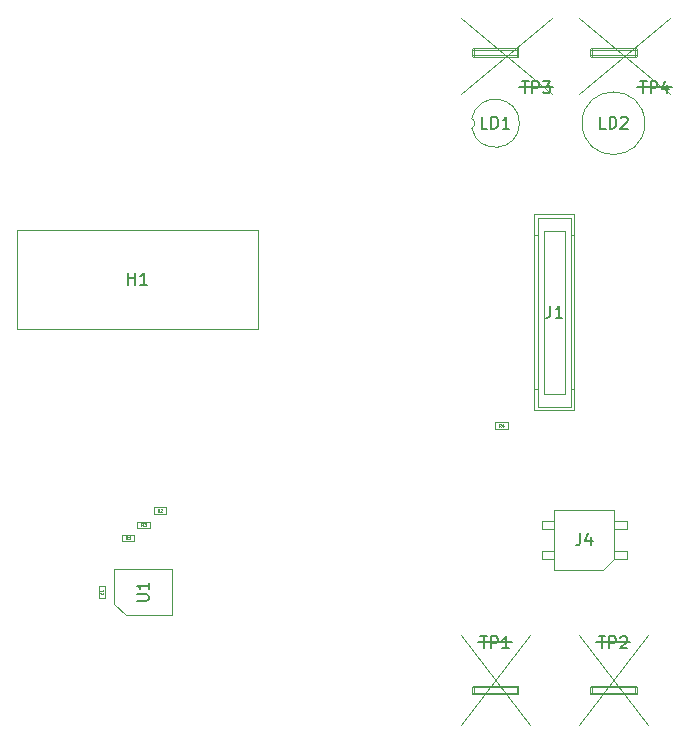
<source format=gbr>
%TF.GenerationSoftware,KiCad,Pcbnew,9.0.0*%
%TF.CreationDate,2025-03-21T15:44:20-04:00*%
%TF.ProjectId,ephys-test-module-64,65706879-732d-4746-9573-742d6d6f6475,B*%
%TF.SameCoordinates,Original*%
%TF.FileFunction,AssemblyDrawing,Top*%
%FSLAX46Y46*%
G04 Gerber Fmt 4.6, Leading zero omitted, Abs format (unit mm)*
G04 Created by KiCad (PCBNEW 9.0.0) date 2025-03-21 15:44:20*
%MOMM*%
%LPD*%
G01*
G04 APERTURE LIST*
%ADD10C,0.150000*%
%ADD11C,0.040000*%
%ADD12C,0.100000*%
G04 APERTURE END LIST*
D10*
X151738095Y-129454819D02*
X152309523Y-129454819D01*
X152023809Y-130454819D02*
X152023809Y-129454819D01*
X152642857Y-130454819D02*
X152642857Y-129454819D01*
X152642857Y-129454819D02*
X153023809Y-129454819D01*
X153023809Y-129454819D02*
X153119047Y-129502438D01*
X153119047Y-129502438D02*
X153166666Y-129550057D01*
X153166666Y-129550057D02*
X153214285Y-129645295D01*
X153214285Y-129645295D02*
X153214285Y-129788152D01*
X153214285Y-129788152D02*
X153166666Y-129883390D01*
X153166666Y-129883390D02*
X153119047Y-129931009D01*
X153119047Y-129931009D02*
X153023809Y-129978628D01*
X153023809Y-129978628D02*
X152642857Y-129978628D01*
X154166666Y-130454819D02*
X153595238Y-130454819D01*
X153880952Y-130454819D02*
X153880952Y-129454819D01*
X153880952Y-129454819D02*
X153785714Y-129597676D01*
X153785714Y-129597676D02*
X153690476Y-129692914D01*
X153690476Y-129692914D02*
X153595238Y-129740533D01*
X151518804Y-129954819D02*
X154385957Y-129954819D01*
X161738095Y-129454819D02*
X162309523Y-129454819D01*
X162023809Y-130454819D02*
X162023809Y-129454819D01*
X162642857Y-130454819D02*
X162642857Y-129454819D01*
X162642857Y-129454819D02*
X163023809Y-129454819D01*
X163023809Y-129454819D02*
X163119047Y-129502438D01*
X163119047Y-129502438D02*
X163166666Y-129550057D01*
X163166666Y-129550057D02*
X163214285Y-129645295D01*
X163214285Y-129645295D02*
X163214285Y-129788152D01*
X163214285Y-129788152D02*
X163166666Y-129883390D01*
X163166666Y-129883390D02*
X163119047Y-129931009D01*
X163119047Y-129931009D02*
X163023809Y-129978628D01*
X163023809Y-129978628D02*
X162642857Y-129978628D01*
X163595238Y-129550057D02*
X163642857Y-129502438D01*
X163642857Y-129502438D02*
X163738095Y-129454819D01*
X163738095Y-129454819D02*
X163976190Y-129454819D01*
X163976190Y-129454819D02*
X164071428Y-129502438D01*
X164071428Y-129502438D02*
X164119047Y-129550057D01*
X164119047Y-129550057D02*
X164166666Y-129645295D01*
X164166666Y-129645295D02*
X164166666Y-129740533D01*
X164166666Y-129740533D02*
X164119047Y-129883390D01*
X164119047Y-129883390D02*
X163547619Y-130454819D01*
X163547619Y-130454819D02*
X164166666Y-130454819D01*
X161518804Y-129954819D02*
X164391666Y-129954819D01*
X160191666Y-120724819D02*
X160191666Y-121439104D01*
X160191666Y-121439104D02*
X160144047Y-121581961D01*
X160144047Y-121581961D02*
X160048809Y-121677200D01*
X160048809Y-121677200D02*
X159905952Y-121724819D01*
X159905952Y-121724819D02*
X159810714Y-121724819D01*
X161096428Y-121058152D02*
X161096428Y-121724819D01*
X160858333Y-120677200D02*
X160620238Y-121391485D01*
X160620238Y-121391485D02*
X161239285Y-121391485D01*
D11*
X123156667Y-120118200D02*
X123070000Y-119994391D01*
X123008095Y-120118200D02*
X123008095Y-119858200D01*
X123008095Y-119858200D02*
X123107143Y-119858200D01*
X123107143Y-119858200D02*
X123131905Y-119870581D01*
X123131905Y-119870581D02*
X123144286Y-119882962D01*
X123144286Y-119882962D02*
X123156667Y-119907724D01*
X123156667Y-119907724D02*
X123156667Y-119944867D01*
X123156667Y-119944867D02*
X123144286Y-119969629D01*
X123144286Y-119969629D02*
X123131905Y-119982010D01*
X123131905Y-119982010D02*
X123107143Y-119994391D01*
X123107143Y-119994391D02*
X123008095Y-119994391D01*
X123243333Y-119858200D02*
X123404286Y-119858200D01*
X123404286Y-119858200D02*
X123317619Y-119957248D01*
X123317619Y-119957248D02*
X123354762Y-119957248D01*
X123354762Y-119957248D02*
X123379524Y-119969629D01*
X123379524Y-119969629D02*
X123391905Y-119982010D01*
X123391905Y-119982010D02*
X123404286Y-120006772D01*
X123404286Y-120006772D02*
X123404286Y-120068677D01*
X123404286Y-120068677D02*
X123391905Y-120093439D01*
X123391905Y-120093439D02*
X123379524Y-120105820D01*
X123379524Y-120105820D02*
X123354762Y-120118200D01*
X123354762Y-120118200D02*
X123280476Y-120118200D01*
X123280476Y-120118200D02*
X123255714Y-120105820D01*
X123255714Y-120105820D02*
X123243333Y-120093439D01*
D10*
X165238095Y-82454819D02*
X165809523Y-82454819D01*
X165523809Y-83454819D02*
X165523809Y-82454819D01*
X166142857Y-83454819D02*
X166142857Y-82454819D01*
X166142857Y-82454819D02*
X166523809Y-82454819D01*
X166523809Y-82454819D02*
X166619047Y-82502438D01*
X166619047Y-82502438D02*
X166666666Y-82550057D01*
X166666666Y-82550057D02*
X166714285Y-82645295D01*
X166714285Y-82645295D02*
X166714285Y-82788152D01*
X166714285Y-82788152D02*
X166666666Y-82883390D01*
X166666666Y-82883390D02*
X166619047Y-82931009D01*
X166619047Y-82931009D02*
X166523809Y-82978628D01*
X166523809Y-82978628D02*
X166142857Y-82978628D01*
X167571428Y-82788152D02*
X167571428Y-83454819D01*
X167333333Y-82407200D02*
X167095238Y-83121485D01*
X167095238Y-83121485D02*
X167714285Y-83121485D01*
X165018804Y-82928249D02*
X167933576Y-82928249D01*
D11*
X153466667Y-111718200D02*
X153380000Y-111594391D01*
X153318095Y-111718200D02*
X153318095Y-111458200D01*
X153318095Y-111458200D02*
X153417143Y-111458200D01*
X153417143Y-111458200D02*
X153441905Y-111470581D01*
X153441905Y-111470581D02*
X153454286Y-111482962D01*
X153454286Y-111482962D02*
X153466667Y-111507724D01*
X153466667Y-111507724D02*
X153466667Y-111544867D01*
X153466667Y-111544867D02*
X153454286Y-111569629D01*
X153454286Y-111569629D02*
X153441905Y-111582010D01*
X153441905Y-111582010D02*
X153417143Y-111594391D01*
X153417143Y-111594391D02*
X153318095Y-111594391D01*
X153689524Y-111544867D02*
X153689524Y-111718200D01*
X153627619Y-111445820D02*
X153565714Y-111631534D01*
X153565714Y-111631534D02*
X153726667Y-111631534D01*
D10*
X152333333Y-86454819D02*
X151857143Y-86454819D01*
X151857143Y-86454819D02*
X151857143Y-85454819D01*
X152666667Y-86454819D02*
X152666667Y-85454819D01*
X152666667Y-85454819D02*
X152904762Y-85454819D01*
X152904762Y-85454819D02*
X153047619Y-85502438D01*
X153047619Y-85502438D02*
X153142857Y-85597676D01*
X153142857Y-85597676D02*
X153190476Y-85692914D01*
X153190476Y-85692914D02*
X153238095Y-85883390D01*
X153238095Y-85883390D02*
X153238095Y-86026247D01*
X153238095Y-86026247D02*
X153190476Y-86216723D01*
X153190476Y-86216723D02*
X153142857Y-86311961D01*
X153142857Y-86311961D02*
X153047619Y-86407200D01*
X153047619Y-86407200D02*
X152904762Y-86454819D01*
X152904762Y-86454819D02*
X152666667Y-86454819D01*
X154190476Y-86454819D02*
X153619048Y-86454819D01*
X153904762Y-86454819D02*
X153904762Y-85454819D01*
X153904762Y-85454819D02*
X153809524Y-85597676D01*
X153809524Y-85597676D02*
X153714286Y-85692914D01*
X153714286Y-85692914D02*
X153619048Y-85740533D01*
X157666666Y-101454819D02*
X157666666Y-102169104D01*
X157666666Y-102169104D02*
X157619047Y-102311961D01*
X157619047Y-102311961D02*
X157523809Y-102407200D01*
X157523809Y-102407200D02*
X157380952Y-102454819D01*
X157380952Y-102454819D02*
X157285714Y-102454819D01*
X158666666Y-102454819D02*
X158095238Y-102454819D01*
X158380952Y-102454819D02*
X158380952Y-101454819D01*
X158380952Y-101454819D02*
X158285714Y-101597676D01*
X158285714Y-101597676D02*
X158190476Y-101692914D01*
X158190476Y-101692914D02*
X158095238Y-101740533D01*
D11*
X121856667Y-121218200D02*
X121770000Y-121094391D01*
X121708095Y-121218200D02*
X121708095Y-120958200D01*
X121708095Y-120958200D02*
X121807143Y-120958200D01*
X121807143Y-120958200D02*
X121831905Y-120970581D01*
X121831905Y-120970581D02*
X121844286Y-120982962D01*
X121844286Y-120982962D02*
X121856667Y-121007724D01*
X121856667Y-121007724D02*
X121856667Y-121044867D01*
X121856667Y-121044867D02*
X121844286Y-121069629D01*
X121844286Y-121069629D02*
X121831905Y-121082010D01*
X121831905Y-121082010D02*
X121807143Y-121094391D01*
X121807143Y-121094391D02*
X121708095Y-121094391D01*
X122104286Y-121218200D02*
X121955714Y-121218200D01*
X122030000Y-121218200D02*
X122030000Y-120958200D01*
X122030000Y-120958200D02*
X122005238Y-120995343D01*
X122005238Y-120995343D02*
X121980476Y-121020105D01*
X121980476Y-121020105D02*
X121955714Y-121032486D01*
D10*
X121938095Y-99654819D02*
X121938095Y-98654819D01*
X121938095Y-99131009D02*
X122509523Y-99131009D01*
X122509523Y-99654819D02*
X122509523Y-98654819D01*
X123509523Y-99654819D02*
X122938095Y-99654819D01*
X123223809Y-99654819D02*
X123223809Y-98654819D01*
X123223809Y-98654819D02*
X123128571Y-98797676D01*
X123128571Y-98797676D02*
X123033333Y-98892914D01*
X123033333Y-98892914D02*
X122938095Y-98940533D01*
X122665566Y-126446666D02*
X123458900Y-126446666D01*
X123458900Y-126446666D02*
X123552233Y-126400000D01*
X123552233Y-126400000D02*
X123598900Y-126353333D01*
X123598900Y-126353333D02*
X123645566Y-126260000D01*
X123645566Y-126260000D02*
X123645566Y-126073333D01*
X123645566Y-126073333D02*
X123598900Y-125980000D01*
X123598900Y-125980000D02*
X123552233Y-125933333D01*
X123552233Y-125933333D02*
X123458900Y-125886666D01*
X123458900Y-125886666D02*
X122665566Y-125886666D01*
X123645566Y-124906666D02*
X123645566Y-125466666D01*
X123645566Y-125186666D02*
X122665566Y-125186666D01*
X122665566Y-125186666D02*
X122805566Y-125279999D01*
X122805566Y-125279999D02*
X122898900Y-125373333D01*
X122898900Y-125373333D02*
X122945566Y-125466666D01*
D11*
X124556667Y-118918200D02*
X124470000Y-118794391D01*
X124408095Y-118918200D02*
X124408095Y-118658200D01*
X124408095Y-118658200D02*
X124507143Y-118658200D01*
X124507143Y-118658200D02*
X124531905Y-118670581D01*
X124531905Y-118670581D02*
X124544286Y-118682962D01*
X124544286Y-118682962D02*
X124556667Y-118707724D01*
X124556667Y-118707724D02*
X124556667Y-118744867D01*
X124556667Y-118744867D02*
X124544286Y-118769629D01*
X124544286Y-118769629D02*
X124531905Y-118782010D01*
X124531905Y-118782010D02*
X124507143Y-118794391D01*
X124507143Y-118794391D02*
X124408095Y-118794391D01*
X124655714Y-118682962D02*
X124668095Y-118670581D01*
X124668095Y-118670581D02*
X124692857Y-118658200D01*
X124692857Y-118658200D02*
X124754762Y-118658200D01*
X124754762Y-118658200D02*
X124779524Y-118670581D01*
X124779524Y-118670581D02*
X124791905Y-118682962D01*
X124791905Y-118682962D02*
X124804286Y-118707724D01*
X124804286Y-118707724D02*
X124804286Y-118732486D01*
X124804286Y-118732486D02*
X124791905Y-118769629D01*
X124791905Y-118769629D02*
X124643333Y-118918200D01*
X124643333Y-118918200D02*
X124804286Y-118918200D01*
D10*
X162333333Y-86454819D02*
X161857143Y-86454819D01*
X161857143Y-86454819D02*
X161857143Y-85454819D01*
X162666667Y-86454819D02*
X162666667Y-85454819D01*
X162666667Y-85454819D02*
X162904762Y-85454819D01*
X162904762Y-85454819D02*
X163047619Y-85502438D01*
X163047619Y-85502438D02*
X163142857Y-85597676D01*
X163142857Y-85597676D02*
X163190476Y-85692914D01*
X163190476Y-85692914D02*
X163238095Y-85883390D01*
X163238095Y-85883390D02*
X163238095Y-86026247D01*
X163238095Y-86026247D02*
X163190476Y-86216723D01*
X163190476Y-86216723D02*
X163142857Y-86311961D01*
X163142857Y-86311961D02*
X163047619Y-86407200D01*
X163047619Y-86407200D02*
X162904762Y-86454819D01*
X162904762Y-86454819D02*
X162666667Y-86454819D01*
X163619048Y-85550057D02*
X163666667Y-85502438D01*
X163666667Y-85502438D02*
X163761905Y-85454819D01*
X163761905Y-85454819D02*
X164000000Y-85454819D01*
X164000000Y-85454819D02*
X164095238Y-85502438D01*
X164095238Y-85502438D02*
X164142857Y-85550057D01*
X164142857Y-85550057D02*
X164190476Y-85645295D01*
X164190476Y-85645295D02*
X164190476Y-85740533D01*
X164190476Y-85740533D02*
X164142857Y-85883390D01*
X164142857Y-85883390D02*
X163571429Y-86454819D01*
X163571429Y-86454819D02*
X164190476Y-86454819D01*
D11*
X119789765Y-125741666D02*
X119801670Y-125753570D01*
X119801670Y-125753570D02*
X119813574Y-125789285D01*
X119813574Y-125789285D02*
X119813574Y-125813094D01*
X119813574Y-125813094D02*
X119801670Y-125848808D01*
X119801670Y-125848808D02*
X119777860Y-125872618D01*
X119777860Y-125872618D02*
X119754050Y-125884523D01*
X119754050Y-125884523D02*
X119706431Y-125896427D01*
X119706431Y-125896427D02*
X119670717Y-125896427D01*
X119670717Y-125896427D02*
X119623098Y-125884523D01*
X119623098Y-125884523D02*
X119599289Y-125872618D01*
X119599289Y-125872618D02*
X119575479Y-125848808D01*
X119575479Y-125848808D02*
X119563574Y-125813094D01*
X119563574Y-125813094D02*
X119563574Y-125789285D01*
X119563574Y-125789285D02*
X119575479Y-125753570D01*
X119575479Y-125753570D02*
X119587384Y-125741666D01*
X119813574Y-125503570D02*
X119813574Y-125646427D01*
X119813574Y-125574999D02*
X119563574Y-125574999D01*
X119563574Y-125574999D02*
X119599289Y-125598808D01*
X119599289Y-125598808D02*
X119623098Y-125622618D01*
X119623098Y-125622618D02*
X119635003Y-125646427D01*
D10*
X155238095Y-82454819D02*
X155809523Y-82454819D01*
X155523809Y-83454819D02*
X155523809Y-82454819D01*
X156142857Y-83454819D02*
X156142857Y-82454819D01*
X156142857Y-82454819D02*
X156523809Y-82454819D01*
X156523809Y-82454819D02*
X156619047Y-82502438D01*
X156619047Y-82502438D02*
X156666666Y-82550057D01*
X156666666Y-82550057D02*
X156714285Y-82645295D01*
X156714285Y-82645295D02*
X156714285Y-82788152D01*
X156714285Y-82788152D02*
X156666666Y-82883390D01*
X156666666Y-82883390D02*
X156619047Y-82931009D01*
X156619047Y-82931009D02*
X156523809Y-82978628D01*
X156523809Y-82978628D02*
X156142857Y-82978628D01*
X157047619Y-82454819D02*
X157666666Y-82454819D01*
X157666666Y-82454819D02*
X157333333Y-82835771D01*
X157333333Y-82835771D02*
X157476190Y-82835771D01*
X157476190Y-82835771D02*
X157571428Y-82883390D01*
X157571428Y-82883390D02*
X157619047Y-82931009D01*
X157619047Y-82931009D02*
X157666666Y-83026247D01*
X157666666Y-83026247D02*
X157666666Y-83264342D01*
X157666666Y-83264342D02*
X157619047Y-83359580D01*
X157619047Y-83359580D02*
X157571428Y-83407200D01*
X157571428Y-83407200D02*
X157476190Y-83454819D01*
X157476190Y-83454819D02*
X157190476Y-83454819D01*
X157190476Y-83454819D02*
X157095238Y-83407200D01*
X157095238Y-83407200D02*
X157047619Y-83359580D01*
X155018804Y-82954819D02*
X157891666Y-82954819D01*
D12*
X151040000Y-133700000D02*
X151040000Y-134300000D01*
X151160000Y-134300000D02*
G75*
G02*
X151040000Y-134300000I-60000J0D01*
G01*
X151160000Y-134300000D02*
X151160000Y-133700000D01*
X151160000Y-133700000D02*
G75*
G03*
X151040000Y-133700000I-60000J0D01*
G01*
X151100000Y-134360000D02*
X154900000Y-134360000D01*
X154900000Y-134240000D02*
G75*
G02*
X154900000Y-134360000I0J-60000D01*
G01*
X154900000Y-134240000D02*
X151100000Y-134240000D01*
X151100000Y-134240000D02*
G75*
G03*
X151100000Y-134360000I0J-60000D01*
G01*
X154900000Y-133640000D02*
X151100000Y-133640000D01*
X151100000Y-133760000D02*
G75*
G02*
X151100000Y-133640000I0J60000D01*
G01*
X151100000Y-133760000D02*
X154900000Y-133760000D01*
X154900000Y-133760000D02*
G75*
G03*
X154900000Y-133640000I0J60000D01*
G01*
X154960000Y-134300000D02*
X154960000Y-133700000D01*
X154840000Y-133700000D02*
G75*
G02*
X154960000Y-133700000I60000J0D01*
G01*
X154840000Y-133700000D02*
X154840000Y-134300000D01*
X154840000Y-134300000D02*
G75*
G03*
X154960000Y-134300000I60000J0D01*
G01*
X161040000Y-133700000D02*
X161040000Y-134300000D01*
X161160000Y-134300000D02*
G75*
G02*
X161040000Y-134300000I-60000J0D01*
G01*
X161160000Y-134300000D02*
X161160000Y-133700000D01*
X161160000Y-133700000D02*
G75*
G03*
X161040000Y-133700000I-60000J0D01*
G01*
X161100000Y-134360000D02*
X164900000Y-134360000D01*
X164900000Y-134240000D02*
G75*
G02*
X164900000Y-134360000I0J-60000D01*
G01*
X164900000Y-134240000D02*
X161100000Y-134240000D01*
X161100000Y-134240000D02*
G75*
G03*
X161100000Y-134360000I0J-60000D01*
G01*
X164900000Y-133640000D02*
X161100000Y-133640000D01*
X161100000Y-133760000D02*
G75*
G02*
X161100000Y-133640000I0J60000D01*
G01*
X161100000Y-133760000D02*
X164900000Y-133760000D01*
X164900000Y-133760000D02*
G75*
G03*
X164900000Y-133640000I0J60000D01*
G01*
X164960000Y-134300000D02*
X164960000Y-133700000D01*
X164840000Y-133700000D02*
G75*
G02*
X164960000Y-133700000I60000J0D01*
G01*
X164840000Y-133700000D02*
X164840000Y-134300000D01*
X164840000Y-134300000D02*
G75*
G03*
X164960000Y-134300000I60000J0D01*
G01*
%TO.C,J4*%
X156925000Y-119680000D02*
X157985000Y-119680000D01*
X156925000Y-120320000D02*
X156925000Y-119680000D01*
X156925000Y-122220000D02*
X157985000Y-122220000D01*
X156925000Y-122860000D02*
X156925000Y-122220000D01*
X157985000Y-118730000D02*
X163065000Y-118730000D01*
X157985000Y-120320000D02*
X156925000Y-120320000D01*
X157985000Y-122860000D02*
X156925000Y-122860000D01*
X157985000Y-123810000D02*
X157985000Y-118730000D01*
X162115000Y-123810000D02*
X157985000Y-123810000D01*
X163065000Y-118730000D02*
X163065000Y-122860000D01*
X163065000Y-120320000D02*
X164125000Y-120320000D01*
X163065000Y-122860000D02*
X162115000Y-123810000D01*
X163065000Y-122860000D02*
X164125000Y-122860000D01*
X164125000Y-119680000D02*
X163065000Y-119680000D01*
X164125000Y-120320000D02*
X164125000Y-119680000D01*
X164125000Y-122220000D02*
X163065000Y-122220000D01*
X164125000Y-122860000D02*
X164125000Y-122220000D01*
%TO.C,R3*%
X122675000Y-119730000D02*
X123725000Y-119730000D01*
X122675000Y-120270000D02*
X122675000Y-119730000D01*
X123725000Y-119730000D02*
X123725000Y-120270000D01*
X123725000Y-120270000D02*
X122675000Y-120270000D01*
X161040000Y-79700000D02*
X161040000Y-80300000D01*
X161160000Y-80300000D02*
G75*
G02*
X161040000Y-80300000I-60000J0D01*
G01*
X161160000Y-80300000D02*
X161160000Y-79700000D01*
X161160000Y-79700000D02*
G75*
G03*
X161040000Y-79700000I-60000J0D01*
G01*
X161100000Y-80360000D02*
X164900000Y-80360000D01*
X164900000Y-80240000D02*
G75*
G02*
X164900000Y-80360000I0J-60000D01*
G01*
X164900000Y-80240000D02*
X161100000Y-80240000D01*
X161100000Y-80240000D02*
G75*
G03*
X161100000Y-80360000I0J-60000D01*
G01*
X164900000Y-79640000D02*
X161100000Y-79640000D01*
X161100000Y-79760000D02*
G75*
G02*
X161100000Y-79640000I0J60000D01*
G01*
X161100000Y-79760000D02*
X164900000Y-79760000D01*
X164900000Y-79760000D02*
G75*
G03*
X164900000Y-79640000I0J60000D01*
G01*
X164960000Y-80300000D02*
X164960000Y-79700000D01*
X164840000Y-79700000D02*
G75*
G02*
X164960000Y-79700000I60000J0D01*
G01*
X164840000Y-79700000D02*
X164840000Y-80300000D01*
X164840000Y-80300000D02*
G75*
G03*
X164960000Y-80300000I60000J0D01*
G01*
%TO.C,R4*%
X152985000Y-111330000D02*
X154035000Y-111330000D01*
X152985000Y-111870000D02*
X152985000Y-111330000D01*
X154035000Y-111330000D02*
X154035000Y-111870000D01*
X154035000Y-111870000D02*
X152985000Y-111870000D01*
%TO.C,LD1*%
X151000001Y-85600000D02*
G75*
G02*
X151000000Y-86400000I-200001J-400000D01*
G01*
X151002786Y-85600000D02*
G75*
G02*
X151002786Y-86400000I2000000J-400000D01*
G01*
%TO.C,J1*%
X156300000Y-95500000D02*
X156600000Y-95500000D01*
X156300000Y-108500000D02*
X156600000Y-108500000D01*
X156500000Y-108500000D02*
X156300000Y-108500000D01*
X156600000Y-94000000D02*
X156600000Y-110000000D01*
X159400000Y-94000000D02*
X156600000Y-94000000D01*
X159400000Y-108500000D02*
X159700000Y-108500000D01*
X159400000Y-110000000D02*
X156600000Y-110000000D01*
X159400000Y-110000000D02*
X159400000Y-94000000D01*
X159700000Y-95500000D02*
X159400000Y-95500000D01*
X158900000Y-95100000D02*
X157150000Y-95100000D01*
X157150000Y-108900000D01*
X158900000Y-108900000D01*
X158900000Y-95100000D01*
X159700000Y-93700000D02*
X156300000Y-93700000D01*
X156300000Y-110300000D01*
X159700000Y-110300000D01*
X159700000Y-93700000D01*
%TO.C,R1*%
X121375000Y-120830000D02*
X122425000Y-120830000D01*
X121375000Y-121370000D02*
X121375000Y-120830000D01*
X122425000Y-120830000D02*
X122425000Y-121370000D01*
X122425000Y-121370000D02*
X121375000Y-121370000D01*
%TO.C,H1*%
X112500000Y-95000000D02*
X132900000Y-95000000D01*
X132900000Y-103400000D01*
X112500000Y-103400000D01*
X112500000Y-95000000D01*
%TO.C,U1*%
X120750000Y-123750000D02*
X125650000Y-123750000D01*
X120750000Y-126675000D02*
X120750000Y-123750000D01*
X121725000Y-127650000D02*
X120750000Y-126675000D01*
X125650000Y-123750000D02*
X125650000Y-127650000D01*
X125650000Y-127650000D02*
X121725000Y-127650000D01*
%TO.C,R2*%
X124075000Y-118530000D02*
X125125000Y-118530000D01*
X124075000Y-119070000D02*
X124075000Y-118530000D01*
X125125000Y-118530000D02*
X125125000Y-119070000D01*
X125125000Y-119070000D02*
X124075000Y-119070000D01*
%TO.C,LD2*%
X165650000Y-86000000D02*
G75*
G02*
X160350000Y-86000000I-2650000J0D01*
G01*
X160350000Y-86000000D02*
G75*
G02*
X165650000Y-86000000I2650000J0D01*
G01*
%TO.C,C1*%
X119450000Y-125200000D02*
X119950000Y-125200000D01*
X119450000Y-126200000D02*
X119450000Y-125200000D01*
X119950000Y-125200000D02*
X119950000Y-126200000D01*
X119950000Y-126200000D02*
X119450000Y-126200000D01*
X151040000Y-79700000D02*
X151040000Y-80300000D01*
X151160000Y-80300000D02*
G75*
G02*
X151040000Y-80300000I-60000J0D01*
G01*
X151160000Y-80300000D02*
X151160000Y-79700000D01*
X151160000Y-79700000D02*
G75*
G03*
X151040000Y-79700000I-60000J0D01*
G01*
X151100000Y-80360000D02*
X154900000Y-80360000D01*
X154900000Y-80240000D02*
G75*
G02*
X154900000Y-80360000I0J-60000D01*
G01*
X154900000Y-80240000D02*
X151100000Y-80240000D01*
X151100000Y-80240000D02*
G75*
G03*
X151100000Y-80360000I0J-60000D01*
G01*
X154900000Y-79640000D02*
X151100000Y-79640000D01*
X151100000Y-79760000D02*
G75*
G02*
X151100000Y-79640000I0J60000D01*
G01*
X151100000Y-79760000D02*
X154900000Y-79760000D01*
X154900000Y-79760000D02*
G75*
G03*
X154900000Y-79640000I0J60000D01*
G01*
X154960000Y-80300000D02*
X154960000Y-79700000D01*
X154840000Y-79700000D02*
G75*
G02*
X154960000Y-79700000I60000J0D01*
G01*
X154840000Y-79700000D02*
X154840000Y-80300000D01*
X154840000Y-80300000D02*
G75*
G03*
X154960000Y-80300000I60000J0D01*
G01*
%TD*%
X150075000Y-129354870D02*
X155925000Y-136925000D01*
X150075000Y-136925000D02*
X155925000Y-129354870D01*
X160075000Y-129354870D02*
X165925000Y-136925000D01*
X160075000Y-136925000D02*
X165925000Y-129354870D01*
X160075000Y-77075000D02*
X167809285Y-83549819D01*
X160075000Y-83549819D02*
X167809285Y-77075000D01*
X150075000Y-77075000D02*
X157766615Y-83554768D01*
X150075000Y-83554768D02*
X157766615Y-77075000D01*
M02*

</source>
